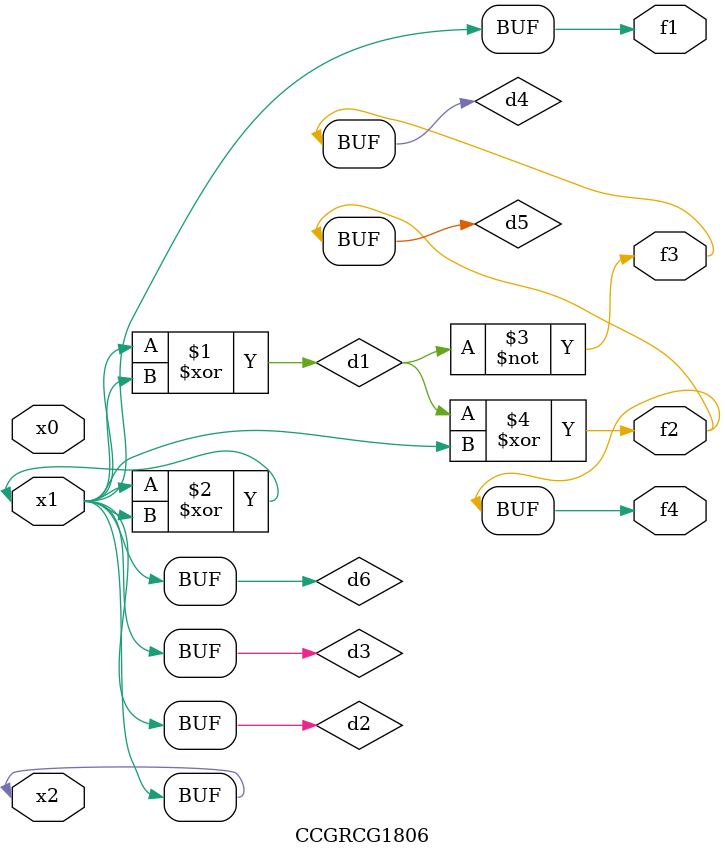
<source format=v>
module CCGRCG1806(
	input x0, x1, x2,
	output f1, f2, f3, f4
);

	wire d1, d2, d3, d4, d5, d6;

	xor (d1, x1, x2);
	buf (d2, x1, x2);
	xor (d3, x1, x2);
	nor (d4, d1);
	xor (d5, d1, d2);
	buf (d6, d2, d3);
	assign f1 = d6;
	assign f2 = d5;
	assign f3 = d4;
	assign f4 = d5;
endmodule

</source>
